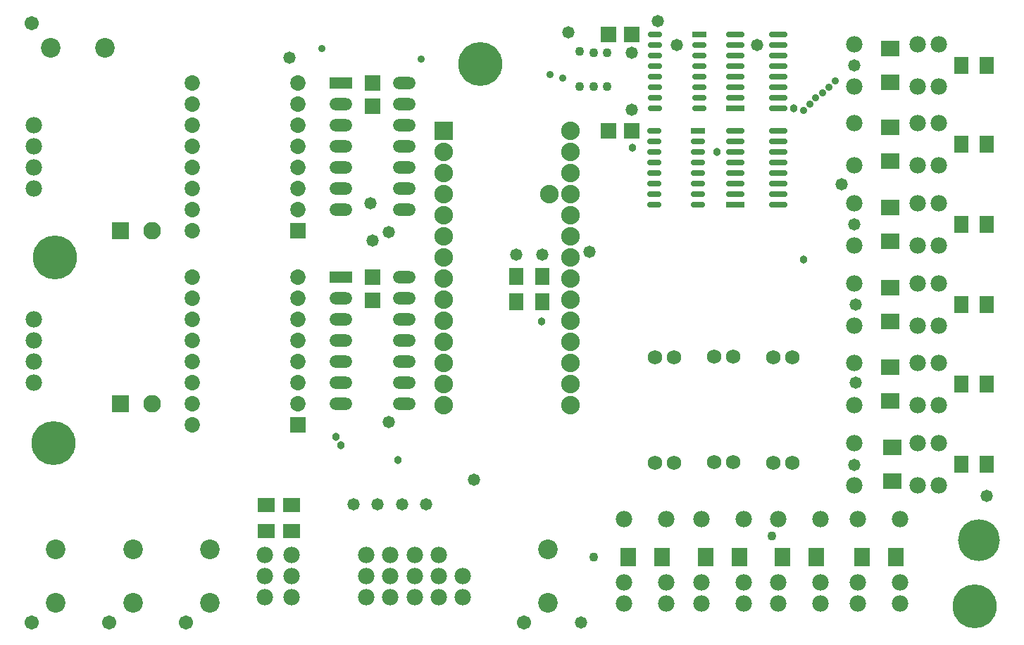
<source format=gbs>
G04 Layer_Color=16711935*
%FSLAX25Y25*%
%MOIN*%
G70*
G01*
G75*
%ADD39C,0.03500*%
%ADD57C,0.08800*%
%ADD58R,0.08800X0.08800*%
%ADD59C,0.06800*%
%ADD60R,0.08300X0.08300*%
%ADD61C,0.08300*%
%ADD62R,0.07300X0.07300*%
%ADD63C,0.07300*%
%ADD64C,0.07800*%
%ADD65C,0.20800*%
%ADD66C,0.06706*%
%ADD67C,0.09300*%
%ADD68C,0.19800*%
%ADD69R,0.10800X0.05800*%
%ADD70O,0.10800X0.05800*%
%ADD71C,0.05800*%
%ADD72C,0.04300*%
%ADD73C,0.03800*%
%ADD74O,0.06800X0.02800*%
%ADD75R,0.06800X0.02800*%
%ADD76R,0.07099X0.08280*%
%ADD77R,0.08280X0.07099*%
%ADD78R,0.07300X0.07600*%
%ADD79R,0.07600X0.07300*%
%ADD80R,0.08800X0.07800*%
%ADD81R,0.07800X0.08800*%
%ADD82O,0.08800X0.02800*%
%ADD83R,0.08800X0.02800*%
D39*
X357000Y363500D02*
D03*
X351000Y365000D02*
D03*
X243000Y377500D02*
D03*
X486000Y362000D02*
D03*
X483000Y359000D02*
D03*
X480000Y356500D02*
D03*
X476682Y354000D02*
D03*
X474000Y351000D02*
D03*
X471000Y348000D02*
D03*
X290000Y372500D02*
D03*
D57*
X350500Y308500D02*
D03*
X360500Y208500D02*
D03*
Y218500D02*
D03*
Y228500D02*
D03*
Y238500D02*
D03*
Y248500D02*
D03*
Y258500D02*
D03*
Y268500D02*
D03*
Y278500D02*
D03*
Y288500D02*
D03*
Y298500D02*
D03*
Y308500D02*
D03*
Y318500D02*
D03*
Y328500D02*
D03*
Y338500D02*
D03*
X300500Y208500D02*
D03*
Y218500D02*
D03*
Y228500D02*
D03*
Y238500D02*
D03*
Y248500D02*
D03*
Y258500D02*
D03*
Y268500D02*
D03*
Y278500D02*
D03*
Y288500D02*
D03*
Y298500D02*
D03*
Y308500D02*
D03*
Y318500D02*
D03*
Y328500D02*
D03*
D58*
Y338500D02*
D03*
D59*
X456500Y231000D02*
D03*
Y181000D02*
D03*
X428500Y231500D02*
D03*
Y181500D02*
D03*
X400500Y231000D02*
D03*
Y181000D02*
D03*
X409500Y231000D02*
D03*
Y181000D02*
D03*
X437500Y231500D02*
D03*
Y181500D02*
D03*
X465500Y231000D02*
D03*
Y181000D02*
D03*
D60*
X147500Y209000D02*
D03*
Y291000D02*
D03*
D61*
X162500Y209000D02*
D03*
Y291000D02*
D03*
D62*
X231500Y199000D02*
D03*
Y291000D02*
D03*
D63*
Y209000D02*
D03*
Y219000D02*
D03*
Y229000D02*
D03*
Y239000D02*
D03*
Y249000D02*
D03*
Y259000D02*
D03*
Y269000D02*
D03*
X181500Y199000D02*
D03*
Y209000D02*
D03*
Y219000D02*
D03*
Y229000D02*
D03*
Y239000D02*
D03*
Y249000D02*
D03*
Y259000D02*
D03*
Y269000D02*
D03*
X231500Y301000D02*
D03*
Y311000D02*
D03*
Y321000D02*
D03*
Y331000D02*
D03*
Y341000D02*
D03*
Y351000D02*
D03*
Y361000D02*
D03*
X181500Y291000D02*
D03*
Y301000D02*
D03*
Y311000D02*
D03*
Y321000D02*
D03*
Y331000D02*
D03*
Y341000D02*
D03*
Y351000D02*
D03*
Y361000D02*
D03*
D64*
X106500Y331000D02*
D03*
Y321000D02*
D03*
Y311000D02*
D03*
Y341000D02*
D03*
X216000Y137500D02*
D03*
Y127500D02*
D03*
Y117500D02*
D03*
X228500Y137500D02*
D03*
Y127500D02*
D03*
Y117500D02*
D03*
X286750D02*
D03*
Y127500D02*
D03*
Y137500D02*
D03*
X275375Y117500D02*
D03*
Y127500D02*
D03*
Y137500D02*
D03*
X264000Y117500D02*
D03*
Y127500D02*
D03*
Y137500D02*
D03*
X298125Y117500D02*
D03*
Y127500D02*
D03*
Y137500D02*
D03*
X309625Y117500D02*
D03*
Y127500D02*
D03*
X535000Y359500D02*
D03*
X525000D02*
D03*
X535000Y379500D02*
D03*
X525000D02*
D03*
X495000Y359500D02*
D03*
Y379500D02*
D03*
Y342000D02*
D03*
Y322000D02*
D03*
X525000Y342000D02*
D03*
X535000D02*
D03*
X525000Y322000D02*
D03*
X535000D02*
D03*
Y284000D02*
D03*
X525000D02*
D03*
X535000Y304000D02*
D03*
X525000D02*
D03*
X495000Y284000D02*
D03*
Y304000D02*
D03*
Y266000D02*
D03*
Y246000D02*
D03*
X525000Y266000D02*
D03*
X535000D02*
D03*
X525000Y246000D02*
D03*
X535000D02*
D03*
Y208500D02*
D03*
X525000D02*
D03*
X535000Y228500D02*
D03*
X525000D02*
D03*
X495000Y208500D02*
D03*
Y228500D02*
D03*
Y190500D02*
D03*
Y170500D02*
D03*
X525000Y190500D02*
D03*
X535000D02*
D03*
X525000Y170500D02*
D03*
X535000D02*
D03*
X496500Y114500D02*
D03*
Y124500D02*
D03*
X516500Y114500D02*
D03*
Y124500D02*
D03*
X496500Y154500D02*
D03*
X516500D02*
D03*
X479000D02*
D03*
X459000D02*
D03*
X479000Y124500D02*
D03*
Y114500D02*
D03*
X459000Y124500D02*
D03*
Y114500D02*
D03*
X422500D02*
D03*
Y124500D02*
D03*
X442500Y114500D02*
D03*
Y124500D02*
D03*
X422500Y154500D02*
D03*
X442500D02*
D03*
X406000D02*
D03*
X386000D02*
D03*
X406000Y124500D02*
D03*
Y114500D02*
D03*
X386000Y124500D02*
D03*
Y114500D02*
D03*
X106500Y249000D02*
D03*
Y229000D02*
D03*
Y219000D02*
D03*
Y239000D02*
D03*
D65*
X116000Y190500D02*
D03*
X552000Y113000D02*
D03*
X116500Y278500D02*
D03*
X318000Y370000D02*
D03*
D66*
X105555Y105453D02*
D03*
X142055D02*
D03*
X178555D02*
D03*
X338504D02*
D03*
X105453Y389445D02*
D03*
D67*
X117051Y114705D02*
D03*
Y140295D02*
D03*
X153551Y114705D02*
D03*
Y140295D02*
D03*
X190051Y114705D02*
D03*
Y140295D02*
D03*
X350000Y114705D02*
D03*
Y140295D02*
D03*
X114705Y377949D02*
D03*
X140295D02*
D03*
D68*
X554000Y144500D02*
D03*
D69*
X252000Y269000D02*
D03*
Y361000D02*
D03*
D70*
Y259000D02*
D03*
Y249000D02*
D03*
Y239000D02*
D03*
Y229000D02*
D03*
Y219000D02*
D03*
Y209000D02*
D03*
X282000Y269000D02*
D03*
Y259000D02*
D03*
Y249000D02*
D03*
Y239000D02*
D03*
Y229000D02*
D03*
Y219000D02*
D03*
Y209000D02*
D03*
X252000Y351000D02*
D03*
Y341000D02*
D03*
Y331000D02*
D03*
Y321000D02*
D03*
Y311000D02*
D03*
Y301000D02*
D03*
X282000Y361000D02*
D03*
Y351000D02*
D03*
Y341000D02*
D03*
Y331000D02*
D03*
Y321000D02*
D03*
Y311000D02*
D03*
Y301000D02*
D03*
D71*
X274500Y200500D02*
D03*
Y290500D02*
D03*
X266000Y304000D02*
D03*
X495000Y369500D02*
D03*
X489000Y313000D02*
D03*
X495000Y294000D02*
D03*
X402000Y390500D02*
D03*
X227500Y373000D02*
D03*
X347102Y279898D02*
D03*
X267000Y286500D02*
D03*
X359500Y385000D02*
D03*
X334898Y279898D02*
D03*
X495500Y256000D02*
D03*
Y219000D02*
D03*
X495000Y180000D02*
D03*
X448749Y379249D02*
D03*
X410751D02*
D03*
X557602Y165398D02*
D03*
X365500Y105500D02*
D03*
X315000Y173000D02*
D03*
X369500Y281000D02*
D03*
X280750Y161500D02*
D03*
X269375D02*
D03*
X258000D02*
D03*
X292125D02*
D03*
X389500Y375500D02*
D03*
Y348500D02*
D03*
D72*
X378000Y359500D02*
D03*
Y375500D02*
D03*
X371500D02*
D03*
X365000Y376000D02*
D03*
Y359500D02*
D03*
X371500D02*
D03*
Y136500D02*
D03*
X456000Y146500D02*
D03*
D73*
X471000Y277500D02*
D03*
X252000Y189500D02*
D03*
X249699Y193500D02*
D03*
X430000Y328500D02*
D03*
X390000Y330500D02*
D03*
X466249Y349249D02*
D03*
X279000Y182500D02*
D03*
X347000Y248000D02*
D03*
D74*
X400713Y349249D02*
D03*
Y354249D02*
D03*
Y359249D02*
D03*
Y364249D02*
D03*
Y369249D02*
D03*
Y374249D02*
D03*
Y379249D02*
D03*
Y384249D02*
D03*
X421500Y349249D02*
D03*
Y354249D02*
D03*
X400213Y303500D02*
D03*
Y328500D02*
D03*
Y333500D02*
D03*
Y338500D02*
D03*
X421000Y303500D02*
D03*
Y308500D02*
D03*
Y313500D02*
D03*
Y318500D02*
D03*
Y323500D02*
D03*
Y328500D02*
D03*
Y333500D02*
D03*
X421500Y369249D02*
D03*
Y364249D02*
D03*
Y359249D02*
D03*
Y374249D02*
D03*
Y379249D02*
D03*
X400213Y308500D02*
D03*
Y313500D02*
D03*
Y318500D02*
D03*
Y323500D02*
D03*
D75*
X421500Y384249D02*
D03*
X421000Y338500D02*
D03*
D76*
X545398Y369500D02*
D03*
X557602D02*
D03*
X545398Y332000D02*
D03*
X557602D02*
D03*
X545398Y294000D02*
D03*
X557602D02*
D03*
X545398Y256000D02*
D03*
X557602D02*
D03*
X545398Y218500D02*
D03*
X557602D02*
D03*
X545398Y180500D02*
D03*
X557602D02*
D03*
X334898Y269500D02*
D03*
X347102D02*
D03*
X334898Y257500D02*
D03*
X347102D02*
D03*
D77*
X228500Y148898D02*
D03*
Y161102D02*
D03*
X216500D02*
D03*
Y148898D02*
D03*
D78*
X378500Y384249D02*
D03*
X389500D02*
D03*
X378500Y338500D02*
D03*
X389500D02*
D03*
D79*
X267000Y361000D02*
D03*
Y350000D02*
D03*
Y269000D02*
D03*
Y258000D02*
D03*
D80*
X512000Y377500D02*
D03*
Y361500D02*
D03*
Y340000D02*
D03*
Y324000D02*
D03*
Y302000D02*
D03*
Y286000D02*
D03*
Y264000D02*
D03*
Y248000D02*
D03*
Y226500D02*
D03*
Y210500D02*
D03*
X513000Y188500D02*
D03*
Y172500D02*
D03*
D81*
X514500Y136500D02*
D03*
X498500D02*
D03*
X477000D02*
D03*
X461000D02*
D03*
X440500D02*
D03*
X424500D02*
D03*
X404000D02*
D03*
X388000D02*
D03*
D82*
X458972Y384249D02*
D03*
Y379249D02*
D03*
Y374249D02*
D03*
Y369249D02*
D03*
Y364249D02*
D03*
Y359249D02*
D03*
Y354249D02*
D03*
Y349249D02*
D03*
X438500Y384249D02*
D03*
X458972Y338500D02*
D03*
Y323500D02*
D03*
Y318500D02*
D03*
Y313500D02*
D03*
Y308500D02*
D03*
Y303500D02*
D03*
X438500Y338500D02*
D03*
Y333500D02*
D03*
Y328500D02*
D03*
Y323500D02*
D03*
Y318500D02*
D03*
Y313500D02*
D03*
Y308500D02*
D03*
Y379249D02*
D03*
Y364249D02*
D03*
Y359249D02*
D03*
Y354249D02*
D03*
Y369249D02*
D03*
Y374249D02*
D03*
X458972Y328500D02*
D03*
Y333500D02*
D03*
D83*
X438500Y349249D02*
D03*
Y303500D02*
D03*
M02*

</source>
